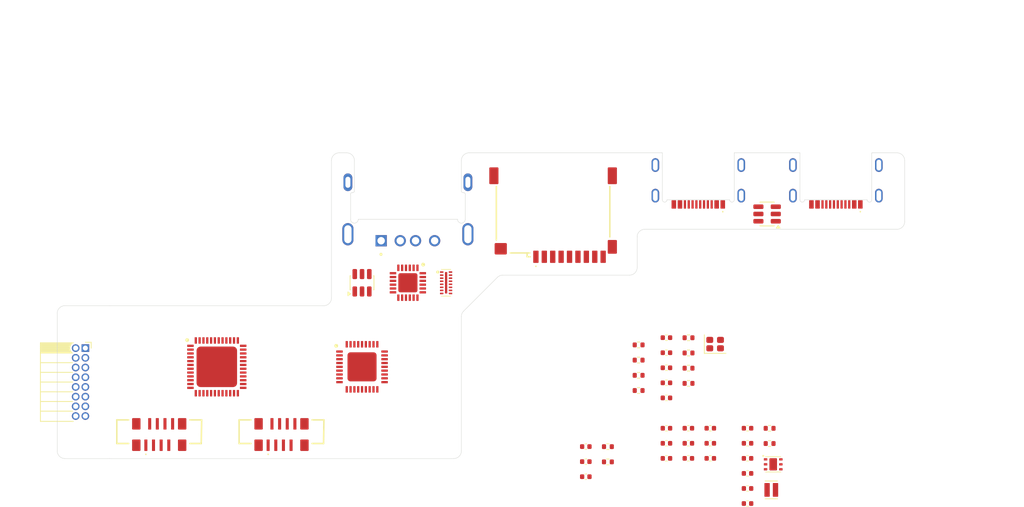
<source format=kicad_pcb>
(kicad_pcb (version 20241229) (generator "pcbnew") (generator_version "9.0")
  (layers (0 "F.Cu" signal) (2 "B.Cu" signal) (13 "F.Paste" user) (15 "B.Paste" user) (5 "F.SilkS" user "F.Silkscreen") (7 "B.SilkS" user "B.Silkscreen") (1 "F.Mask" user) (3 "B.Mask" user) (25 "Edge.Cuts" user))
  (net 0 "")
  (net 57 "GND")
  (net 61 "/SD Card/CD")
  (net 62 "+1V2")
  (net 65 "/USB Hub/XTAL2")
  (net 66 "/USB Hub/XTAL1")
  (net 67 "+3V3")
  (net 68 "/MCU/VREF+")
  (net 69 "VBUS")
  (net 70 "/Power/FB_1V8")
  (net 71 "/SD Card/SDREG")
  (net 72 "/SD Card/VDD")
  (net 73 "/SD Card/SD_VCC")
  (net 74 "/SD Card/SD_CLK_EX")
  (net 75 "/SD Card/SD_D1")
  (net 76 "/SD Card/SD_D3_EX")
  (net 77 "/SD Card/SD_D0")
  (net 78 "/SD Card/SD_CMD")
  (net 80 "/SD Card/SD_D1_EX")
  (net 81 "/SD Card/SD_D2_EX")
  (net 83 "/SD Card/SD_D3")
  (net 84 "/SD Card/SD_CMD_EX")
  (net 86 "/SD Card/SD_CLK")
  (net 87 "/SD Card/SD_D2")
  (net 88 "/SD Card/SD_D0_EX")
  (net 89 "/USB Connectors/USB0_CC2")
  (net 90 "/USB Connectors/USB0.DP")
  (net 91 "/USB Connectors/USB0_CC1")
  (net 92 "/USB Connectors/USB0.DN")
  (net 93 "/USB Connectors/USB1_CC1")
  (net 94 "/USB Connectors/USB1.DN")
  (net 95 "/USB Connectors/USB1.DP")
  (net 96 "/USB Connectors/USB1_CC2")
  (net 97 "/USB Connectors/USB2.DN")
  (net 98 "/USB Connectors/USB2.DP")
  (net 115 "/Power/SW_1V8")
  (net 116 "/MCU/SCL")
  (net 117 "/MCU/SDA")
  (net 118 "/USB Hub/RBIAS")
  (net 119 "/USB Hub/VBUS_DET")
  (net 120 "/USB Hub/CFG_SEL1")
  (net 121 "/MCU/DN")
  (net 122 "/SD Card/DP")
  (net 123 "/Daughter Board Connectors/~{KEYS_RST}")
  (net 124 "/MCU/DP")
  (net 125 "/SD Card/DN")
  (net 126 "/Debug Connector/CTRL.SWDIO")
  (net 127 "/Debug Connector/CTRL.SWCLK")
  (footprint "Connector_PinSocket_1.27mm:PinSocket_2x08_P1.27mm_Horizontal" (layer "F.Cu") (at 97.8 103.55)
    (property "Reference" "J501" (hide yes))
    (property "Value" "Conn_02x08_Odd_Even")
    (pad "1" thru_hole rect (at 0 0) (size 1 1) (drill 0.65) (layers "*.Cu" "*.Mask"))
    (pad "2" thru_hole circle (at -1.27 0) (size 1 1) (drill 0.65) (layers "*.Cu" "*.Mask"))
    (pad "3" thru_hole circle (at 0 1.27) (size 1 1) (drill 0.65) (layers "*.Cu" "*.Mask"))
    (pad "4" thru_hole circle (at -1.27 1.27) (size 1 1) (drill 0.65) (layers "*.Cu" "*.Mask"))
    (pad "5" thru_hole circle (at 0 2.54) (size 1 1) (drill 0.65) (layers "*.Cu" "*.Mask"))
    (pad "6" thru_hole circle (at -1.27 2.54) (size 1 1) (drill 0.65) (layers "*.Cu" "*.Mask"))
    (pad "7" thru_hole circle (at 0 3.81) (size 1 1) (drill 0.65) (layers "*.Cu" "*.Mask"))
    (pad "8" thru_hole circle (at -1.27 3.81) (size 1 1) (drill 0.65) (layers "*.Cu" "*.Mask"))
    (pad "9" thru_hole circle (at 0 5.08) (size 1 1) (drill 0.65) (layers "*.Cu" "*.Mask"))
    (pad "10" thru_hole circle (at -1.27 5.08) (size 1 1) (drill 0.65) (layers "*.Cu" "*.Mask"))
    (pad "11" thru_hole circle (at 0 6.35) (size 1 1) (drill 0.65) (layers "*.Cu" "*.Mask"))
    (pad "12" thru_hole circle (at -1.27 6.35) (size 1 1) (drill 0.65) (layers "*.Cu" "*.Mask"))
    (pad "13" thru_hole circle (at 0 7.62) (size 1 1) (drill 0.65) (layers "*.Cu" "*.Mask"))
    (pad "14" thru_hole circle (at -1.27 7.62) (size 1 1) (drill 0.65) (layers "*.Cu" "*.Mask"))
    (pad "15" thru_hole circle (at 0 8.89) (size 1 1) (drill 0.65) (layers "*.Cu" "*.Mask"))
    (pad "16" thru_hole circle (at -1.27 8.89) (size 1 1) (drill 0.65) (layers "*.Cu" "*.Mask"))
  )
  (footprint "project_footprints:R_0402" (layer "F.Cu") (at 176.72 108.165)
    (property "Reference" "R108" (hide yes))
    (property "Value" "10k" (hide yes))
    (pad "1" smd roundrect (at -0.51 0) (size 0.54 0.64) (layers "F.Cu" "F.Mask" "F.Paste") (net 120 "/USB Hub/CFG_SEL1"))
    (pad "2" smd roundrect (at 0.51 0) (size 0.54 0.64) (layers "F.Cu" "F.Mask" "F.Paste") (net 57 "GND"))
  )
  (footprint "project_footprints:C_0402" (layer "F.Cu") (at 179.57 117.975)
    (property "Reference" "C309" (hide yes))
    (property "Value" "4u7" (hide yes))
    (pad "1" smd roundrect (at -0.48 0) (size 0.56 0.62) (layers "F.Cu" "F.Mask" "F.Paste") (net 73 "/SD Card/SD_VCC"))
    (pad "2" smd roundrect (at 0.48 0) (size 0.56 0.62) (layers "F.Cu" "F.Mask" "F.Paste") (net 57 "GND"))
  )
  (footprint "project_footprints:R_0402" (layer "F.Cu") (at 187.33 114.045)
    (property "Reference" "R701" (hide yes))
    (property "Value" "820k" (hide yes))
    (pad "1" smd roundrect (at -0.51 0) (size 0.54 0.64) (layers "F.Cu" "F.Mask" "F.Paste") (net 67 "+3V3"))
    (pad "2" smd roundrect (at 0.51 0) (size 0.54 0.64) (layers "F.Cu" "F.Mask" "F.Paste") (net 70 "/Power/FB_1V8"))
  )
  (footprint "project_footprints:C_0402" (layer "F.Cu") (at 173.83 116.005)
    (property "Reference" "C302" (hide yes))
    (property "Value" "4u7" (hide yes))
    (pad "1" smd roundrect (at -0.48 0) (size 0.56 0.62) (layers "F.Cu" "F.Mask" "F.Paste") (net 71 "/SD Card/SDREG"))
    (pad "2" smd roundrect (at 0.48 0) (size 0.56 0.62) (layers "F.Cu" "F.Mask" "F.Paste") (net 57 "GND"))
  )
  (footprint "project_footprints:C_0402" (layer "F.Cu") (at 179.57 114.035)
    (property "Reference" "C307" (hide yes))
    (property "Value" "100n" (hide yes))
    (pad "1" smd roundrect (at -0.48 0) (size 0.56 0.62) (layers "F.Cu" "F.Mask" "F.Paste") (net 67 "+3V3"))
    (pad "2" smd roundrect (at 0.48 0) (size 0.56 0.62) (layers "F.Cu" "F.Mask" "F.Paste") (net 57 "GND"))
  )
  (footprint "project_footprints:R_0402" (layer "F.Cu") (at 187.33 116.035)
    (property "Reference" "R702" (hide yes))
    (property "Value" "182k" (hide yes))
    (pad "1" smd roundrect (at -0.51 0) (size 0.54 0.64) (layers "F.Cu" "F.Mask" "F.Paste") (net 70 "/Power/FB_1V8"))
    (pad "2" smd roundrect (at 0.51 0) (size 0.54 0.64) (layers "F.Cu" "F.Mask" "F.Paste") (net 57 "GND"))
  )
  (footprint "project_footprints:R_0402" (layer "F.Cu") (at 170.19 107.11)
    (property "Reference" "R203" (hide yes))
    (property "Value" "5k1" (hide yes))
    (pad "1" smd roundrect (at -0.51 0) (size 0.54 0.64) (layers "F.Cu" "F.Mask" "F.Paste") (net 89 "/USB Connectors/USB0_CC2"))
    (pad "2" smd roundrect (at 0.51 0) (size 0.54 0.64) (layers "F.Cu" "F.Mask" "F.Paste") (net 57 "GND"))
  )
  (footprint "project_footprints:C_0402" (layer "F.Cu") (at 184.44 117.975)
    (property "Reference" "C203" (hide yes))
    (property "Value" "22p" (hide yes))
    (pad "1" smd roundrect (at -0.48 0) (size 0.56 0.62) (layers "F.Cu" "F.Mask" "F.Paste") (net 67 "+3V3"))
    (pad "2" smd roundrect (at 0.48 0) (size 0.56 0.62) (layers "F.Cu" "F.Mask" "F.Paste") (net 70 "/Power/FB_1V8"))
  )
  (footprint "project_footprints:EMIF06MSD02N16" (layer "F.Cu") (at 145 95 -90)
    (property "Reference" "FL301" (hide yes))
    (property "Value" "EMIF06-MSD02N16" (hide yes))
    (pad "1" smd roundrect (at -1.4 0.575 270) (size 0.2 0.45) (layers "F.Cu" "F.Mask" "F.Paste") (roundrect_rratio 0.1) (net 61 "/SD Card/CD"))
    (pad "2" smd roundrect (at -1 0.575 270) (size 0.2 0.45) (layers "F.Cu" "F.Mask" "F.Paste") (roundrect_rratio 0.1))
    (pad "3" smd roundrect (at -0.6 0.575 270) (size 0.2 0.45) (layers "F.Cu" "F.Mask" "F.Paste") (roundrect_rratio 0.1) (net 87 "/SD Card/SD_D2"))
    (pad "4" smd roundrect (at -0.2 0.575 270) (size 0.2 0.45) (layers "F.Cu" "F.Mask" "F.Paste") (roundrect_rratio 0.1) (net 83 "/SD Card/SD_D3"))
    (pad "5" smd roundrect (at 0.2 0.575 270) (size 0.2 0.45) (layers "F.Cu" "F.Mask" "F.Paste") (roundrect_rratio 0.1) (net 78 "/SD Card/SD_CMD"))
    (pad "6" smd roundrect (at 0.6 0.575 270) (size 0.2 0.45) (layers "F.Cu" "F.Mask" "F.Paste") (roundrect_rratio 0.1) (net 86 "/SD Card/SD_CLK"))
    (pad "7" smd roundrect (at 1 0.575 270) (size 0.2 0.45) (layers "F.Cu" "F.Mask" "F.Paste") (roundrect_rratio 0.1) (net 77 "/SD Card/SD_D0"))
    (pad "8" smd roundrect (at 1.4 0.575 270) (size 0.2 0.45) (layers "F.Cu" "F.Mask" "F.Paste") (roundrect_rratio 0.1) (net 75 "/SD Card/SD_D1"))
    (pad "9" smd roundrect (at 1.4 -0.575 270) (size 0.2 0.45) (layers "F.Cu" "F.Mask" "F.Paste") (roundrect_rratio 0.1) (net 80 "/SD Card/SD_D1_EX"))
    (pad "10" smd roundrect (at 1 -0.575 270) (size 0.2 0.45) (layers "F.Cu" "F.Mask" "F.Paste") (roundrect_rratio 0.1) (net 88 "/SD Card/SD_D0_EX"))
    (pad "11" smd roundrect (at 0.6 -0.575 270) (size 0.2 0.45) (layers "F.Cu" "F.Mask" "F.Paste") (roundrect_rratio 0.1) (net 74 "/SD Card/SD_CLK_EX"))
    (pad "12" smd roundrect (at 0.2 -0.575 270) (size 0.2 0.45) (layers "F.Cu" "F.Mask" "F.Paste") (roundrect_rratio 0.1) (net 84 "/SD Card/SD_CMD_EX"))
    (pad "13" smd roundrect (at -0.2 -0.575 270) (size 0.2 0.45) (layers "F.Cu" "F.Mask" "F.Paste") (roundrect_rratio 0.1) (net 76 "/SD Card/SD_D3_EX"))
    (pad "14" smd roundrect (at -0.6 -0.575 270) (size 0.2 0.45) (layers "F.Cu" "F.Mask" "F.Paste") (roundrect_rratio 0.1) (net 81 "/SD Card/SD_D2_EX"))
    (pad "15" smd roundrect (at -1 -0.575 270) (size 0.2 0.45) (layers "F.Cu" "F.Mask" "F.Paste") (roundrect_rratio 0.1))
    (pad "16" smd roundrect (at -1.4 -0.575 270) (size 0.2 0.45) (layers "F.Cu" "F.Mask" "F.Paste") (roundrect_rratio 0.1))
    (pad "17" smd roundrect (at 0 0) (size 0.3 2.8) (layers "F.Cu" "F.Mask" "F.Paste") (roundrect_rratio 0.1) (net 57 "GND"))
  )
  (footprint "project_footprints:C_0402" (layer "F.Cu") (at 173.83 104.155)
    (property "Reference" "C102" (hide yes))
    (property "Value" "10p" (hide yes))
    (pad "1" smd roundrect (at -0.48 0) (size 0.56 0.62) (layers "F.Cu" "F.Mask" "F.Paste") (net 65 "/USB Hub/XTAL2"))
    (pad "2" smd roundrect (at 0.48 0) (size 0.56 0.62) (layers "F.Cu" "F.Mask" "F.Paste") (net 57 "GND"))
  )
  (footprint "project_footprints:C_0402" (layer "F.Cu") (at 184.44 121.915)
    (property "Reference" "C205" (hide yes))
    (property "Value" "4u7" (hide yes))
    (pad "1" smd roundrect (at -0.48 0) (size 0.56 0.62) (layers "F.Cu" "F.Mask" "F.Paste") (net 67 "+3V3"))
    (pad "2" smd roundrect (at 0.48 0) (size 0.56 0.62) (layers "F.Cu" "F.Mask" "F.Paste") (net 57 "GND"))
  )
  (footprint "project_footprints:R_0402" (layer "F.Cu") (at 170.19 105.12)
    (property "Reference" "R202" (hide yes))
    (property "Value" "5k1" (hide yes))
    (pad "1" smd roundrect (at -0.51 0) (size 0.54 0.64) (layers "F.Cu" "F.Mask" "F.Paste") (net 93 "/USB Connectors/USB1_CC1"))
    (pad "2" smd roundrect (at 0.51 0) (size 0.54 0.64) (layers "F.Cu" "F.Mask" "F.Paste") (net 57 "GND"))
  )
  (footprint "project_footprints:QFN50P600X600X100-37N-D" (layer "F.Cu") (at 134 106)
    (property "Reference" "U101" (hide yes))
    (property "Value" "USB2534-1080AEN" (hide yes))
    (pad "1" smd roundrect (at -2.95 -2 90) (size 0.3 0.85) (layers "F.Cu" "F.Mask" "F.Paste") (roundrect_rratio 0.1) (net 94 "/USB Connectors/USB1.DN"))
    (pad "2" smd roundrect (at -2.95 -1.5 90) (size 0.3 0.85) (layers "F.Cu" "F.Mask" "F.Paste") (roundrect_rratio 0.1) (net 95 "/USB Connectors/USB1.DP"))
    (pad "3" smd roundrect (at -2.95 -1 90) (size 0.3 0.85) (layers "F.Cu" "F.Mask" "F.Paste") (roundrect_rratio 0.1) (net 97 "/USB Connectors/USB2.DN"))
    (pad "4" smd roundrect (at -2.95 -0.5 90) (size 0.3 0.85) (layers "F.Cu" "F.Mask" "F.Paste") (roundrect_rratio 0.1) (net 98 "/USB Connectors/USB2.DP"))
    (pad "5" smd roundrect (at -2.95 0 90) (size 0.3 0.85) (layers "F.Cu" "F.Mask" "F.Paste") (roundrect_rratio 0.1))
    (pad "6" smd roundrect (at -2.95 0.5 90) (size 0.3 0.85) (layers "F.Cu" "F.Mask" "F.Paste") (roundrect_rratio 0.1) (net 125 "/SD Card/DN"))
    (pad "7" smd roundrect (at -2.95 1 90) (size 0.3 0.85) (layers "F.Cu" "F.Mask" "F.Paste") (roundrect_rratio 0.1) (net 122 "/SD Card/DP"))
    (pad "8" smd roundrect (at -2.95 1.5 90) (size 0.3 0.85) (layers "F.Cu" "F.Mask" "F.Paste") (roundrect_rratio 0.1) (net 121 "/MCU/DN"))
    (pad "9" smd roundrect (at -2.95 2 90) (size 0.3 0.85) (layers "F.Cu" "F.Mask" "F.Paste") (roundrect_rratio 0.1) (net 124 "/MCU/DP"))
    (pad "10" smd roundrect (at -2 2.95) (size 0.3 0.85) (layers "F.Cu" "F.Mask" "F.Paste") (roundrect_rratio 0.1) (net 67 "+3V3"))
    (pad "11" smd roundrect (at -1.5 2.95) (size 0.3 0.85) (layers "F.Cu" "F.Mask" "F.Paste") (roundrect_rratio 0.1))
    (pad "12" smd roundrect (at -1 2.95) (size 0.3 0.85) (layers "F.Cu" "F.Mask" "F.Paste") (roundrect_rratio 0.1))
    (pad "13" smd roundrect (at -0.5 2.95) (size 0.3 0.85) (layers "F.Cu" "F.Mask" "F.Paste") (roundrect_rratio 0.1))
    (pad "14" smd roundrect (at 0 2.95) (size 0.3 0.85) (layers "F.Cu" "F.Mask" "F.Paste") (roundrect_rratio 0.1) (net 62 "+1V2"))
    (pad "15" smd roundrect (at 0.5 2.95) (size 0.3 0.85) (layers "F.Cu" "F.Mask" "F.Paste") (roundrect_rratio 0.1) (net 67 "+3V3"))
    (pad "16" smd roundrect (at 1 2.95) (size 0.3 0.85) (layers "F.Cu" "F.Mask" "F.Paste") (roundrect_rratio 0.1))
    (pad "17" smd roundrect (at 1.5 2.95) (size 0.3 0.85) (layers "F.Cu" "F.Mask" "F.Paste") (roundrect_rratio 0.1))
    (pad "18" smd roundrect (at 2 2.95) (size 0.3 0.85) (layers "F.Cu" "F.Mask" "F.Paste") (roundrect_rratio 0.1))
    (pad "19" smd roundrect (at 2.95 2 90) (size 0.3 0.85) (layers "F.Cu" "F.Mask" "F.Paste") (roundrect_rratio 0.1))
    (pad "20" smd roundrect (at 2.95 1.5 90) (size 0.3 0.85) (layers "F.Cu" "F.Mask" "F.Paste") (roundrect_rratio 0.1))
    (pad "21" smd roundrect (at 2.95 1 90) (size 0.3 0.85) (layers "F.Cu" "F.Mask" "F.Paste") (roundrect_rratio 0.1))
    (pad "22" smd roundrect (at 2.95 0.5 90) (size 0.3 0.85) (layers "F.Cu" "F.Mask" "F.Paste") (roundrect_rratio 0.1) (net 117 "/MCU/SDA"))
    (pad "23" smd roundrect (at 2.95 0 90) (size 0.3 0.85) (layers "F.Cu" "F.Mask" "F.Paste") (roundrect_rratio 0.1) (net 67 "+3V3"))
    (pad "24" smd roundrect (at 2.95 -0.5 90) (size 0.3 0.85) (layers "F.Cu" "F.Mask" "F.Paste") (roundrect_rratio 0.1) (net 116 "/MCU/SCL"))
    (pad "25" smd roundrect (at 2.95 -1 90) (size 0.3 0.85) (layers "F.Cu" "F.Mask" "F.Paste") (roundrect_rratio 0.1) (net 120 "/USB Hub/CFG_SEL1"))
    (pad "26" smd roundrect (at 2.95 -1.5 90) (size 0.3 0.85) (layers "F.Cu" "F.Mask" "F.Paste") (roundrect_rratio 0.1) (net 123 "/Daughter Board Connectors/~{KEYS_RST}"))
    (pad "27" smd roundrect (at 2.95 -2 90) (size 0.3 0.85) (layers "F.Cu" "F.Mask" "F.Paste") (roundrect_rratio 0.1) (net 119 "/USB Hub/VBUS_DET"))
    (pad "28" smd roundrect (at 2 -2.95) (size 0.3 0.85) (layers "F.Cu" "F.Mask" "F.Paste") (roundrect_rratio 0.1))
    (pad "29" smd roundrect (at 1.5 -2.95) (size 0.3 0.85) (layers "F.Cu" "F.Mask" "F.Paste") (roundrect_rratio 0.1) (net 67 "+3V3"))
    (pad "30" smd roundrect (at 1 -2.95) (size 0.3 0.85) (layers "F.Cu" "F.Mask" "F.Paste") (roundrect_rratio 0.1) (net 92 "/USB Connectors/USB0.DN"))
    (pad "31" smd roundrect (at 0.5 -2.95) (size 0.3 0.85) (layers "F.Cu" "F.Mask" "F.Paste") (roundrect_rratio 0.1) (net 90 "/USB Connectors/USB0.DP"))
    (pad "32" smd roundrect (at 0 -2.95) (size 0.3 0.85) (layers "F.Cu" "F.Mask" "F.Paste") (roundrect_rratio 0.1) (net 65 "/USB Hub/XTAL2"))
    (pad "33" smd roundrect (at -0.5 -2.95) (size 0.3 0.85) (layers "F.Cu" "F.Mask" "F.Paste") (roundrect_rratio 0.1) (net 66 "/USB Hub/XTAL1"))
    (pad "34" smd roundrect (at -1 -2.95) (size 0.3 0.85) (layers "F.Cu" "F.Mask" "F.Paste") (roundrect_rratio 0.1))
    (pad "35" smd roundrect (at -1.5 -2.95) (size 0.3 0.85) (layers "F.Cu" "F.Mask" "F.Paste") (roundrect_rratio 0.1) (net 118 "/USB Hub/RBIAS"))
    (pad "36" smd roundrect (at -2 -2.95) (size 0.3 0.85) (layers "F.Cu" "F.Mask" "F.Paste") (roundrect_rratio 0.1) (net 67 "+3V3"))
    (pad "37" smd roundrect (at 0 0) (size 3.8 3.8) (layers "F.Cu" "F.Mask" "F.Paste") (roundrect_rratio 0.1) (net 57 "GND"))
  )
  (footprint "project_footprints:C_0402" (layer "F.Cu") (at 163.28 118.405)
    (property "Reference" "C110" (hide yes))
    (property "Value" "1u" (hide yes))
    (pad "1" smd roundrect (at -0.48 0) (size 0.56 0.62) (layers "F.Cu" "F.Mask" "F.Paste") (net 68 "/MCU/VREF+"))
    (pad "2" smd roundrect (at 0.48 0) (size 0.56 0.62) (layers "F.Cu" "F.Mask" "F.Paste") (net 57 "GND"))
  )
  (footprint "project_footprints:R_0402" (layer "F.Cu") (at 176.72 104.185)
    (property "Reference" "R104" (hide yes))
    (property "Value" "100k" (hide yes))
    (pad "1" smd roundrect (at -0.51 0) (size 0.54 0.64) (layers "F.Cu" "F.Mask" "F.Paste") (net 57 "GND"))
    (pad "2" smd roundrect (at 0.51 0) (size 0.54 0.64) (layers "F.Cu" "F.Mask" "F.Paste") (net 119 "/USB Hub/VBUS_DET"))
  )
  (footprint "project_footprints:C_0402" (layer "F.Cu") (at 173.83 106.125)
    (property "Reference" "C103" (hide yes))
    (property "Value" "10p" (hide yes))
    (pad "1" smd roundrect (at -0.48 0) (size 0.56 0.62) (layers "F.Cu" "F.Mask" "F.Paste") (net 66 "/USB Hub/XTAL1"))
    (pad "2" smd roundrect (at 0.48 0) (size 0.56 0.62) (layers "F.Cu" "F.Mask" "F.Paste") (net 57 "GND"))
  )
  (footprint "project_footprints:C_0402" (layer "F.Cu") (at 163.28 120.375)
    (property "Reference" "C111" (hide yes))
    (property "Value" "4u7" (hide yes))
    (pad "1" smd roundrect (at -0.48 0) (size 0.56 0.62) (layers "F.Cu" "F.Mask" "F.Paste") (net 67 "+3V3"))
    (pad "2" smd roundrect (at 0.48 0) (size 0.56 0.62) (layers "F.Cu" "F.Mask" "F.Paste") (net 57 "GND"))
  )
  (footprint "Crystal:Crystal_SMD_2016-4Pin_2.0x1.6mm" (layer "F.Cu") (at 180.2 103.025)
    (property "Reference" "Y101" (hide yes))
    (property "Value" "CX2016SA24000D0HLLG3")
    (pad "1" smd roundrect (at -0.7 0.55) (size 0.9 0.8) (layers "F.Cu" "F.Mask" "F.Paste") (net 65 "/USB Hub/XTAL2"))
    (pad "2" smd roundrect (at 0.7 0.55) (size 0.9 0.8) (layers "F.Cu" "F.Mask" "F.Paste") (net 57 "GND"))
    (pad "3" smd roundrect (at 0.7 -0.55) (size 0.9 0.8) (layers "F.Cu" "F.Mask" "F.Paste") (net 66 "/USB Hub/XTAL1"))
    (pad "4" smd roundrect (at -0.7 -0.55) (size 0.9 0.8) (layers "F.Cu" "F.Mask" "F.Paste") (net 57 "GND"))
  )
  (footprint "project_footprints:F31Z1A7H111008" (layer "F.Cu") (at 107.4647 114.6 180)
    (property "Reference" "J602" (hide yes))
    (property "Value" "F31Z1A7H111008" (hide yes))
    (pad "1" smd roundrect (at 1.75 -1.657 180) (size 0.4 1.5) (layers "F.Cu" "F.Mask" "F.Paste") (roundrect_rratio 0.1))
    (pad "2" smd roundrect (at 1.25 1.143 180) (size 0.4 1.5) (layers "F.Cu" "F.Mask" "F.Paste") (roundrect_rratio 0.1))
    (pad "3" smd roundrect (at 0.75 -1.657 180) (size 0.4 1.5) (layers "F.Cu" "F.Mask" "F.Paste") (roundrect_rratio 0.1))
    (pad "4" smd roundrect (at 0.25 1.143 180) (size 0.4 1.5) (layers "F.Cu" "F.Mask" "F.Paste") (roundrect_rratio 0.1))
    (pad "5" smd roundrect (at -0.25 -1.657 180) (size 0.4 1.5) (layers "F.Cu" "F.Mask" "F.Paste") (roundrect_rratio 0.1))
    (pad "6" smd roundrect (at -0.75 1.143 180) (size 0.4 1.5) (layers "F.Cu" "F.Mask" "F.Paste") (roundrect_rratio 0.1))
    (pad "7" smd roundrect (at -1.25 -1.657 180) (size 0.4 1.5) (layers "F.Cu" "F.Mask" "F.Paste") (roundrect_rratio 0.1))
    (pad "8" smd roundrect (at -1.75 1.143 180) (size 0.4 1.5) (layers "F.Cu" "F.Mask" "F.Paste") (roundrect_rratio 0.1))
    (pad "9" smd roundrect (at 3 -1.657 180) (size 1.1 1.5) (layers "F.Cu" "F.Mask" "F.Paste") (roundrect_rratio 0.1) (net 57 "GND"))
    (pad "10" smd roundrect (at 3 1.143 180) (size 1.1 1.5) (layers "F.Cu" "F.Mask" "F.Paste") (roundrect_rratio 0.1) (net 57 "GND"))
    (pad "11" smd roundrect (at -3 -1.657 180) (size 1.1 1.5) (layers "F.Cu" "F.Mask" "F.Paste") (roundrect_rratio 0.1) (net 57 "GND"))
    (pad "12" smd roundrect (at -3 1.143 180) (size 1.1 1.5) (layers "F.Cu" "F.Mask" "F.Paste") (roundrect_rratio 0.1) (net 57 "GND"))
  )
  (footprint "project_footprints:R_0402" (layer "F.Cu") (at 170.19 109.1)
    (property "Reference" "R204" (hide yes))
    (property "Value" "5k1" (hide yes))
    (pad "1" smd roundrect (at -0.51 0) (size 0.54 0.64) (layers "F.Cu" "F.Mask" "F.Paste") (net 91 "/USB Connectors/USB0_CC1"))
    (pad "2" smd roundrect (at 0.51 0) (size 0.54 0.64) (layers "F.Cu" "F.Mask" "F.Paste") (net 57 "GND"))
  )
  (footprint "project_footprints:USB4510031A" (layer "F.Cu") (at 178 78 180)
    (property "Reference" "J102" (hide yes))
    (property "Value" "USB4510-03-1-A" (hide yes))
    (fp_line (start 4.7 0) (end 4.7 -6.15) (stroke (width 0.05)) (layer "Edge.Cuts"))
    (fp_line (start -4.1 -6.15) (end 4.1 -6.15) (stroke (width 0.05)) (layer "Edge.Cuts"))
    (fp_line (start -4.7 0) (end -4.7 -6.15) (stroke (width 0.05)) (layer "Edge.Cuts"))
    (fp_arc (start 4.1 -6.15) (mid 4.4 -6.45) (end 4.7 -6.15) (stroke (width 0.05)) (layer "Edge.Cuts"))
    (fp_arc (start -4.7 -6.15) (mid -4.4 -6.45) (end -4.1 -6.15) (stroke (width 0.05)) (layer "Edge.Cuts"))
    (pad "A1" smd roundrect (at -3.2 -6.75 180) (size 0.6 1.1) (layers "F.Cu" "F.Mask" "F.Paste") (roundrect_rratio 0.1) (net 57 "GND"))
    (pad "A4" smd roundrect (at -2.4 -6.75 180) (size 0.6 1.1) (layers "F.Cu" "F.Mask" "F.Paste") (roundrect_rratio 0.1) (net 69 "VBUS"))
    (pad "A5" smd roundrect (at -1.25 -6.75 180) (size 0.3 1.1) (layers "F.Cu" "F.Mask" "F.Paste") (roundrect_rratio 0.1) (net 93 "/USB Connectors/USB1_CC1"))
    (pad "A6" smd roundrect (at -0.25 -6.75 180) (size 0.3 1.1) (layers "F.Cu" "F.Mask" "F.Paste") (roundrect_rratio 0.1) (net 95 "/USB Connectors/USB1.DP"))
    (pad "A7" smd roundrect (at 0.25 -6.75 180) (size 0.3 1.1) (layers "F.Cu" "F.Mask" "F.Paste") (roundrect_rratio 0.1) (net 94 "/USB Connectors/USB1.DN"))
    (pad "A8" smd roundrect (at 1.25 -6.75 180) (size 0.3 1.1) (layers "F.Cu" "F.Mask" "F.Paste") (roundrect_rratio 0.1))
    (pad "A9" smd roundrect (at 2.4 -6.75 180) (size 0.6 1.1) (layers "F.Cu" "F.Mask" "F.Paste") (roundrect_rratio 0.1) (net 69 "VBUS"))
    (pad "A12" smd roundrect (at 3.2 -6.75 180) (size 0.6 1.1) (layers "F.Cu" "F.Mask" "F.Paste") (roundrect_rratio 0.1) (net 57 "GND"))
    (pad "B5" smd roundrect (at 1.75 -6.75 180) (size 0.3 1.1) (layers "F.Cu" "F.Mask" "F.Paste") (roundrect_rratio 0.1) (net 96 "/USB Connectors/USB1_CC2"))
    (pad "B6" smd roundrect (at 0.75 -6.75 180) (size 0.3 1.1) (layers "F.Cu" "F.Mask" "F.Paste") (roundrect_rratio 0.1) (net 95 "/USB Connectors/USB1.DP"))
    (pad "B7" smd roundrect (at -0.75 -6.75 180) (size 0.3 1.1) (layers "F.Cu" "F.Mask" "F.Paste") (roundrect_rratio 0.1) (net 94 "/USB Connectors/USB1.DN"))
    (pad "B8" smd roundrect (at -1.75 -6.75 180) (size 0.3 1.1) (layers "F.Cu" "F.Mask" "F.Paste") (roundrect_rratio 0.1))
    (pad "MH1" thru_hole oval (at -5.62 -5.6 180) (size 1 1.8) (drill oval 0.6 1.4) (layers "*.Cu" "*.Mask") (net 57 "GND"))
    (pad "MH2" thru_hole oval (at -5.62 -1.6 180) (size 1 1.8) (drill oval 0.6 1.4) (layers "*.Cu" "*.Mask") (net 57 "GND"))
    (pad "MH3" thru_hole oval (at 5.62 -1.6 180) (size 1 1.8) (drill oval 0.6 1.4) (layers "*.Cu" "*.Mask") (net 57 "GND"))
    (pad "MH4" thru_hole oval (at 5.62 -5.6 180) (size 1 1.8) (drill oval 0.6 1.4) (layers "*.Cu" "*.Mask") (net 57 "GND"))
  )
  (footprint "project_footprints:R_0402" (layer "F.Cu") (at 176.72 102.195)
    (property "Reference" "R103" (hide yes))
    (property "Value" "12k" (hide yes))
    (pad "1" smd roundrect (at -0.51 0) (size 0.54 0.64) (layers "F.Cu" "F.Mask" "F.Paste") (net 118 "/USB Hub/RBIAS"))
    (pad "2" smd roundrect (at 0.51 0) (size 0.54 0.64) (layers "F.Cu" "F.Mask" "F.Paste") (net 57 "GND"))
  )
  (footprint "project_footprints:R_0402" (layer "F.Cu") (at 170.19 103.13)
    (property "Reference" "R201" (hide yes))
    (property "Value" "5k1" (hide yes))
    (pad "1" smd roundrect (at -0.51 0) (size 0.54 0.64) (layers "F.Cu" "F.Mask" "F.Paste") (net 96 "/USB Connectors/USB1_CC2"))
    (pad "2" smd roundrect (at 0.51 0) (size 0.54 0.64) (layers "F.Cu" "F.Mask" "F.Paste") (net 57 "GND"))
  )
  (footprint "project_footprints:C_0402" (layer "F.Cu") (at 184.44 119.945)
    (property "Reference" "C204" (hide yes))
    (property "Value" "4u7" (hide yes))
    (pad "1" smd roundrect (at -0.48 0) (size 0.56 0.62) (layers "F.Cu" "F.Mask" "F.Paste") (net 67 "+3V3"))
    (pad "2" smd roundrect (at 0.48 0) (size 0.56 0.62) (layers "F.Cu" "F.Mask" "F.Paste") (net 57 "GND"))
  )
  (footprint "project_footprints:C_0402" (layer "F.Cu") (at 179.57 116.005)
    (property "Reference" "C308" (hide yes))
    (property "Value" "4u7" (hide yes))
    (pad "1" smd roundrect (at -0.48 0) (size 0.56 0.62) (layers "F.Cu" "F.Mask" "F.Paste") (net 73 "/SD Card/SD_VCC"))
    (pad "2" smd roundrect (at 0.48 0) (size 0.56 0.62) (layers "F.Cu" "F.Mask" "F.Paste") (net 57 "GND"))
  )
  (footprint "project_footprints:F31Z1A7H111008" (layer "F.Cu") (at 123.4647 114.6 180)
    (property "Reference" "J601" (hide yes))
    (property "Value" "F31Z1A7H111008" (hide yes))
    (pad "1" smd roundrect (at 1.75 -1.657 180) (size 0.4 1.5) (layers "F.Cu" "F.Mask" "F.Paste") (roundrect_rratio 0.1))
    (pad "2" smd roundrect (at 1.25 1.143 180) (size 0.4 1.5) (layers "F.Cu" "F.Mask" "F.Paste") (roundrect_rratio 0.1))
    (pad "3" smd roundrect (at 0.75 -1.657 180) (size 0.4 1.5) (layers "F.Cu" "F.Mask" "F.Paste") (roundrect_rratio 0.1))
    (pad "4" smd roundrect (at 0.25 1.143 180) (size 0.4 1.5) (layers "F.Cu" "F.Mask" "F.Paste") (roundrect_rratio 0.1))
    (pad "5" smd roundrect (at -0.25 -1.657 180) (size 0.4 1.5) (layers "F.Cu" "F.Mask" "F.Paste") (roundrect_rratio 0.1))
    (pad "6" smd roundrect (at -0.75 1.143 180) (size 0.4 1.5) (layers "F.Cu" "F.Mask" "F.Paste") (roundrect_rratio 0.1))
    (pad "7" smd roundrect (at -1.25 -1.657 180) (size 0.4 1.5) (layers "F.Cu" "F.Mask" "F.Paste") (roundrect_rratio 0.1))
    (pad "8" smd roundrect (at -1.75 1.143 180) (size 0.4 1.5) (layers "F.Cu" "F.Mask" "F.Paste") (roundrect_rratio 0.1))
    (pad "9" smd roundrect (at 3 -1.657 180) (size 1.1 1.5) (layers "F.Cu" "F.Mask" "F.Paste") (roundrect_rratio 0.1) (net 57 "GND"))
    (pad "10" smd roundrect (at 3 1.143 180) (size 1.1 1.5) (layers "F.Cu" "F.Mask" "F.Paste") (roundrect_rratio 0.1) (net 57 "GND"))
    (pad "11" smd roundrect (at -3 -1.657 180) (size 1.1 1.5) (layers "F.Cu" "F.Mask" "F.Paste") (roundrect_rratio 0.1) (net 57 "GND"))
    (pad "12" smd roundrect (at -3 1.143 180) (size 1.1 1.5) (layers "F.Cu" "F.Mask" "F.Paste") (roundrect_rratio 0.1) (net 57 "GND"))
  )
  (footprint "project_footprints:MSD1A" (layer "F.Cu") (at 159 84.5 180)
    (property "Reference" "J105" (hide yes))
    (property "Value" "MSD-1-A" (hide yes))
    (pad "" np_thru_hole circle (at -4.95 3.9 180) (size 1 1) (drill 1) (layers "*.Cu" "*.Mask"))
    (pad "" np_thru_hole circle (at 3.05 3.9 180) (size 1 1) (drill 1) (layers "*.Cu" "*.Mask"))
    (pad "1" smd roundrect (at 2.25 -7.1 180) (size 0.7 1.6) (layers "F.Cu" "F.Mask" "F.Paste") (roundrect_rratio 0.1) (net 81 "/SD Card/SD_D2_EX"))
    (pad "2" smd roundrect (at 1.15 -7.1 180) (size 0.7 1.6) (layers "F.Cu" "F.Mask" "F.Paste") (roundrect_rratio 0.1) (net 76 "/SD Card/SD_D3_EX"))
    (pad "3" smd roundrect (at 0.05 -7.1 180) (size 0.7 1.6) (layers "F.Cu" "F.Mask" "F.Paste") (roundrect_rratio 0.1) (net 84 "/SD Card/SD_CMD_EX"))
    (pad "4" smd roundrect (at -1.05 -7.1 180) (size 0.7 1.6) (layers "F.Cu" "F.Mask" "F.Paste") (roundrect_rratio 0.1) (net 73 "/SD Card/SD_VCC"))
    (pad "5" smd roundrect (at -2.15 -7.1 180) (size 0.7 1.6) (layers "F.Cu" "F.Mask" "F.Paste") (roundrect_rratio 0.1) (net 74 "/SD Card/SD_CLK_EX"))
    (pad "6" smd roundrect (at -3.25 -7.1 180) (size 0.7 1.6) (layers "F.Cu" "F.Mask" "F.Paste") (roundrect_rratio 0.1) (net 57 "GND"))
    (pad "7" smd roundrect (at -4.35 -7.1 180) (size 0.7 1.6) (layers "F.Cu" "F.Mask" "F.Paste") (roundrect_rratio 0.1) (net 88 "/SD Card/SD_D0_EX"))
    (pad "8" smd roundrect (at -5.45 -7.1 180) (size 0.7 1.6) (layers "F.Cu" "F.Mask" "F.Paste") (roundrect_rratio 0.1) (net 80 "/SD Card/SD_D1_EX"))
    (pad "9" smd roundrect (at 6.85 -6.05 270) (size 1.5 1.6) (layers "F.Cu" "F.Mask" "F.Paste") (roundrect_rratio 0.1) (net 57 "GND"))
    (pad "10" smd roundrect (at -7.75 -5.8 180) (size 1.2 1.8) (layers "F.Cu" "F.Mask" "F.Paste") (roundrect_rratio 0.1) (net 57 "GND"))
    (pad "11" smd roundrect (at 7.75 3.5 180) (size 1.2 2.2) (layers "F.Cu" "F.Mask" "F.Paste") (roundrect_rratio 0.1) (net 57 "GND"))
    (pad "12" smd roundrect (at -7.75 3.5 180) (size 1.2 2.2) (layers "F.Cu" "F.Mask" "F.Paste") (roundrect_rratio 0.1) (net 57 "GND"))
    (pad "CD" smd roundrect (at -6.55 -7.1 180) (size 0.7 1.6) (layers "F.Cu" "F.Mask" "F.Paste") (roundrect_rratio 0.1) (net 61 "/SD Card/CD"))
  )
  (footprint "project_footprints:C_0402" (layer "F.Cu") (at 173.83 114.035)
    (property "Reference" "C301" (hide yes))
    (property "Value" "100n" (hide yes))
    (pad "1" smd roundrect (at -0.48 0) (size 0.56 0.62) (layers "F.Cu" "F.Mask" "F.Paste") (net 71 "/SD Card/SDREG"))
    (pad "2" smd roundrect (at 0.48 0) (size 0.56 0.62) (layers "F.Cu" "F.Mask" "F.Paste") (net 57 "GND"))
  )
  (footprint "project_footprints:R_0402" (layer "F.Cu") (at 176.72 106.175)
    (property "Reference" "R105" (hide yes))
    (property "Value" "47k" (hide yes))
    (pad "1" smd roundrect (at -0.51 0) (size 0.54 0.64) (layers "F.Cu" "F.Mask" "F.Paste") (net 119 "/USB Hub/VBUS_DET"))
    (pad "2" smd roundrect (at 0.51 0) (size 0.54 0.64) (layers "F.Cu" "F.Mask" "F.Paste") (net 69 "VBUS"))
  )
  (footprint "project_footprints:C_0402" (layer "F.Cu") (at 173.83 117.975)
    (property "Reference" "C303" (hide yes))
    (property "Value" "4u7" (hide yes))
    (pad "1" smd roundrect (at -0.48 0) (size 0.56 0.62) (layers "F.Cu" "F.Mask" "F.Paste") (net 72 "/SD Card/VDD"))
    (pad "2" smd roundrect (at 0.48 0) (size 0.56 0.62) (layers "F.Cu" "F.Mask" "F.Paste") (net 57 "GND"))
  )
  (footprint "Package_TO_SOT_SMD:SOT-23-6" (layer "F.Cu") (at 134 95 90)
    (property "Reference" "U201" (hide yes))
    (property "Value" "USBLC6-4SC6")
    (pad "1" smd roundrect (at -1.1375 -0.95 90) (size 1.325 0.6) (layers "F.Cu" "F.Mask" "F.Paste") (net 95 "/USB Connectors/USB1.DP"))
    (pad "2" smd roundrect (at -1.1375 0 90) (size 1.325 0.6) (layers "F.Cu" "F.Mask" "F.Paste") (net 57 "GND"))
    (pad "3" smd roundrect (at -1.1375 0.95 90) (size 1.325 0.6) (layers "F.Cu" "F.Mask" "F.Paste") (net 94 "/USB Connectors/USB1.DN"))
    (pad "4" smd roundrect (at 1.1375 0.95 90) (size 1.325 0.6) (layers "F.Cu" "F.Mask" "F.Paste") (net 98 "/USB Connectors/USB2.DP"))
    (pad "5" smd roundrect (at 1.1375 0 90) (size 1.325 0.6) (layers "F.Cu" "F.Mask" "F.Paste") (net 69 "VBUS"))
    (pad "6" smd roundrect (at 1.1375 -0.95 90) (size 1.325 0.6) (layers "F.Cu" "F.Mask" "F.Paste") (net 97 "/USB Connectors/USB2.DN"))
  )
  (footprint "project_footprints:GSB12J21C1EU" (layer "F.Cu") (at 140 79 180)
    (property "Reference" "J103" (hide yes))
    (property "Value" "GSB12J21C1EU")
    (fp_line (start 7.5 -7.7) (end 7.5 -4.4) (stroke (width 0.05)) (layer "Edge.Cuts"))
    (fp_line (start 7.2 -4.2) (end 7.3 -4.2) (stroke (width 0.05)) (layer "Edge.Cuts"))
    (fp_line (start 7 -4) (end 7 0) (stroke (width 0.05)) (layer "Edge.Cuts"))
    (fp_line (start -6.5 -7.7) (end 6.5 -7.7) (stroke (width 0.05)) (layer "Edge.Cuts"))
    (fp_line (start -7 0) (end -7 -4) (stroke (width 0.05)) (layer "Edge.Cuts"))
    (fp_line (start -7.3 -4.2) (end -7.2 -4.2) (stroke (width 0.05)) (layer "Edge.Cuts"))
    (fp_line (start -7.5 -4.4) (end -7.5 -7.7) (stroke (width 0.05)) (layer "Edge.Cuts"))
    (fp_arc (start 7.5 -4.4) (mid 7.441421 -4.258578) (end 7.3 -4.2) (stroke (width 0.05)) (layer "Edge.Cuts"))
    (fp_arc (start 7 -4) (mid 7.058578 -4.141421) (end 7.2 -4.2) (stroke (width 0.05)) (layer "Edge.Cuts"))
    (fp_arc (start 6.5 -7.7) (mid 7 -8.2) (end 7.5 -7.7) (stroke (width 0.05)) (layer "Edge.Cuts"))
    (fp_arc (start -7.2 -4.2) (mid -7.058579 -4.141422) (end -7 -4) (stroke (width 0.05)) (layer "Edge.Cuts"))
    (fp_arc (start -7.3 -4.2) (mid -7.441421 -4.258579) (end -7.5 -4.4) (stroke (width 0.05)) (layer "Edge.Cuts"))
    (fp_arc (start -7.5 -7.7) (mid -7 -8.2) (end -6.5 -7.7) (stroke (width 0.05)) (layer "Edge.Cuts"))
    (pad "1" thru_hole rect (at 3.5 -10.5 180) (size 1.478 1.478) (drill 0.97) (layers "*.Cu" "*.Mask") (net 69 "VBUS"))
    (pad "2" thru_hole circle (at 1 -10.5 180) (size 1.478 1.478) (drill 0.97) (layers "*.Cu" "*.Mask") (net 98 "/USB Connectors/USB2.DP"))
    (pad "3" thru_hole circle (at -1 -10.5 180) (size 1.478 1.478) (drill 0.97) (layers "*.Cu" "*.Mask") (net 97 "/USB Connectors/USB2.DN"))
    (pad "4" thru_hole circle (at -3.5 -10.5 180) (size 1.478 1.478) (drill 0.97) (layers "*.Cu" "*.Mask") (net 57 "GND"))
    (pad "SH1" thru_hole oval (at -7.85 -2.85 180) (size 1.158 2.316) (drill oval 0.65 1.45) (layers "*.Cu" "*.Mask") (net 57 "GND"))
    (pad "SH2" thru_hole oval (at 7.85 -2.85 180) (size 1.158 2.316) (drill oval 0.65 1.45) (layers "*.Cu" "*.Mask") (net 57 "GND"))
    (pad "SH3" thru_hole oval (at -7.85 -9.65 180) (size 1.458 2.916) (drill oval 0.95 2.35) (layers "*.Cu" "*.Mask") (net 57 "GND"))
    (pad "SH4" thru_hole oval (at 7.85 -9.65 180) (size 1.458 2.916) (drill oval 0.95 2.35) (layers "*.Cu" "*.Mask") (net 57 "GND"))
  )
  (footprint "project_footprints:C_0402" (layer "F.Cu") (at 184.44 123.885)
    (property "Reference" "C206" (hide yes))
    (property "Value" "4u7" (hide yes))
    (pad "1" smd roundrect (at -0.48 0) (size 0.56 0.62) (layers "F.Cu" "F.Mask" "F.Paste") (net 67 "+3V3"))
    (pad "2" smd roundrect (at 0.48 0) (size 0.56 0.62) (layers "F.Cu" "F.Mask" "F.Paste") (net 57 "GND"))
  )
  (footprint "project_footprints:USB4510031A" (layer "F.Cu") (at 196 78 180)
    (property "Reference" "J101" (hide yes))
    (property "Value" "USB4510-03-1-A" (hide yes))
    (fp_line (start 4.7 0) (end 4.7 -6.15) (stroke (width 0.05)) (layer "Edge.Cuts"))
    (fp_line (start -4.1 -6.15) (end 4.1 -6.15) (stroke (width 0.05)) (layer "Edge.Cuts"))
    (fp_line (start -4.7 0) (end -4.7 -6.15) (stroke (width 0.05)) (layer "Edge.Cuts"))
    (fp_arc (start 4.1 -6.15) (mid 4.4 -6.45) (end 4.7 -6.15) (stroke (width 0.05)) (layer "Edge.Cuts"))
    (fp_arc (start -4.7 -6.15) (mid -4.4 -6.45) (end -4.1 -6.15) (stroke (width 0.05)) (layer "Edge.Cuts"))
    (pad "A1" smd roundrect (at -3.2 -6.75 180) (size 0.6 1.1) (layers "F.Cu" "F.Mask" "F.Paste") (roundrect_rratio 0.1) (net 57 "GND"))
    (pad "A4" smd roundrect (at -2.4 -6.75 180) (size 0.6 1.1) (layers "F.Cu" "F.Mask" "F.Paste") (roundrect_rratio 0.1) (net 69 "VBUS"))
    (pad "A5" smd roundrect (at -1.25 -6.75 180) (size 0.3 1.1) (layers "F.Cu" "F.Mask" "F.Paste") (roundrect_rratio 0.1) (net 91 "/USB Connectors/USB0_CC1"))
    (pad "A6" smd roundrect (at -0.25 -6.75 180) (size 0.3 1.1) (layers "F.Cu" "F.Mask" "F.Paste") (roundrect_rratio 0.1) (net 90 "/USB Connectors/USB0.DP"))
    (pad "A7" smd roundrect (at 0.25 -6.75 180) (size 0.3 1.1) (layers "F.Cu" "F.Mask" "F.Paste") (roundrect_rratio 0.1) (net 92 "/USB Connectors/USB0.DN"))
    (pad "A8" smd roundrect (at 1.25 -6.75 180) (size 0.3 1.1) (layers "F.Cu" "F.Mask" "F.Paste") (roundrect_rratio 0.1))
    (pad "A9" smd roundrect (at 2.4 -6.75 180) (size 0.6 1.1) (layers "F.Cu" "F.Mask" "F.Paste") (roundrect_rratio 0.1) (net 69 "VBUS"))
    (pad "A12" smd roundrect (at 3.2 -6.75 180) (size 0.6 1.1) (layers "F.Cu" "F.Mask" "F.Paste") (roundrect_rratio 0.1) (net 57 "GND"))
    (pad "B5" smd roundrect (at 1.75 -6.75 180) (size 0.3 1.1) (layers "F.Cu" "F.Mask" "F.Paste") (roundrect_rratio 0.1) (net 89 "/USB Connectors/USB0_CC2"))
    (pad "B6" smd roundrect (at 0.75 -6.75 180) (size 0.3 1.1) (layers "F.Cu" "F.Mask" "F.Paste") (roundrect_rratio 0.1) (net 90 "/USB Connectors/USB0.DP"))
    (pad "B7" smd roundrect (at -0.75 -6.75 180) (size 0.3 1.1) (layers "F.Cu" "F.Mask" "F.Paste") (roundrect_rratio 0.1) (net 92 "/USB Connectors/USB0.DN"))
    (pad "B8" smd roundrect (at -1.75 -6.75 180) (size 0.3 1.1) (layers "F.Cu" "F.Mask" "F.Paste") (roundrect_rratio 0.1))
    (pad "MH1" thru_hole oval (at -5.62 -5.6 180) (size 1 1.8) (drill oval 0.6 1.4) (layers "*.Cu" "*.Mask") (net 57 "GND"))
    (pad "MH2" thru_hole oval (at -5.62 -1.6 180) (size 1 1.8) (drill oval 0.6 1.4) (layers "*.Cu" "*.Mask") (net 57 "GND"))
    (pad "MH3" thru_hole oval (at 5.62 -1.6 180) (size 1 1.8) (drill oval 0.6 1.4) (layers "*.Cu" "*.Mask") (net 57 "GND"))
    (pad "MH4" thru_hole oval (at 5.62 -5.6 180) (size 1 1.8) (drill oval 0.6 1.4) (layers "*.Cu" "*.Mask") (net 57 "GND"))
  )
  (footprint "project_footprints:SON65P200X200X80-7N" (layer "F.Cu") (at 187.8 118.755)
    (property "Reference" "U701" (hide yes))
    (property "Value" "TPS62290TDRVRQ1" (hide yes))
    (pad "1" smd roundrect (at -1 -0.65 90) (size 0.3 0.45) (layers "F.Cu" "F.Mask" "F.Paste") (roundrect_rratio 0.1) (net 115 "/Power/SW_1V8"))
    (pad "2" smd roundrect (at -1 0 90) (size 0.3 0.45) (layers "F.Cu" "F.Mask" "F.Paste") (roundrect_rratio 0.1) (net 69 "VBUS"))
    (pad "3" smd roundrect (at -1 0.65 90) (size 0.3 0.45) (layers "F.Cu" "F.Mask" "F.Paste") (roundrect_rratio 0.1) (net 70 "/Power/FB_1V8"))
    (pad "4" smd roundrect (at 1 0.65 90) (size 0.3 0.45) (layers "F.Cu" "F.Mask" "F.Paste") (roundrect_rratio 0.1) (net 69 "VBUS"))
    (pad "5" smd roundrect (at 1 0 90) (size 0.3 0.45) (layers "F.Cu" "F.Mask" "F.Paste") (roundrect_rratio 0.1) (net 69 "VBUS"))
    (pad "6" smd roundrect (at 1 -0.65 90) (size 0.3 0.45) (layers "F.Cu" "F.Mask" "F.Paste") (roundrect_rratio 0.1) (net 57 "GND"))
    (pad "7" smd roundrect (at 0 0) (size 1 1.6) (layers "F.Cu" "F.Mask" "F.Paste") (roundrect_rratio 0.1) (net 57 "GND"))
  )
  (footprint "project_footprints:C_0402" (layer "F.Cu") (at 184.44 116.005)
    (property "Reference" "C202" (hide yes))
    (property "Value" "4u7" (hide yes))
    (pad "1" smd roundrect (at -0.48 0) (size 0.56 0.62) (layers "F.Cu" "F.Mask" "F.Paste") (net 69 "VBUS"))
    (pad "2" smd roundrect (at 0.48 0) (size 0.56 0.62) (layers "F.Cu" "F.Mask" "F.Paste") (net 57 "GND"))
  )
  (footprint "project_footprints:L_Wurth_WE-MAIA-1610" (layer "F.Cu") (at 187.55 122.1)
    (property "Reference" "L201" (hide yes))
    (property "Value" "78438313015" (hide yes))
    (pad "1" smd roundrect (at -0.55 0) (size 0.7 1.8) (layers "F.Cu" "F.Mask" "F.Paste") (roundrect_rratio 0.1) (net 115 "/Power/SW_1V8"))
    (pad "2" smd roundrect (at 0.55 0) (size 0.7 1.8) (layers "F.Cu" "F.Mask" "F.Paste") (roundrect_rratio 0.1) (net 67 "+3V3"))
  )
  (footprint "project_footprints:C_0402" (layer "F.Cu") (at 176.7 117.975)
    (property "Reference" "C306" (hide yes))
    (property "Value" "100n" (hide yes))
    (pad "1" smd roundrect (at -0.48 0) (size 0.56 0.62) (layers "F.Cu" "F.Mask" "F.Paste") (net 67 "+3V3"))
    (pad "2" smd roundrect (at 0.48 0) (size 0.56 0.62) (layers "F.Cu" "F.Mask" "F.Paste") (net 57 "GND"))
  )
  (footprint "project_footprints:C_0402" (layer "F.Cu") (at 173.83 108.095)
    (property "Reference" "C105" (hide yes))
    (property "Value" "1u" (hide yes))
    (pad "1" smd roundrect (at -0.48 0) (size 0.56 0.62) (layers "F.Cu" "F.Mask" "F.Paste") (net 67 "+3V3"))
    (pad "2" smd roundrect (at 0.48 0) (size 0.56 0.62) (layers "F.Cu" "F.Mask" "F.Paste") (net 57 "GND"))
  )
  (footprint "project_footprints:C_0402" (layer "F.Cu") (at 173.83 110.065)
    (property "Reference" "C106" (hide yes))
    (property "Value" "100n" (hide yes))
    (pad "1" smd roundrect (at -0.48 0) (size 0.56 0.62) (layers "F.Cu" "F.Mask" "F.Paste") (net 67 "+3V3"))
    (pad "2" smd roundrect (at 0.48 0) (size 0.56 0.62) (layers "F.Cu" "F.Mask" "F.Paste") (net 57 "GND"))
  )
  (footprint "project_footprints:C_0402" (layer "F.Cu") (at 173.83 102.185)
    (property "Reference" "C101" (hide yes))
    (property "Value" "1u" (hide yes))
    (pad "1" smd roundrect (at -0.48 0) (size 0.56 0.62) (layers "F.Cu" "F.Mask" "F.Paste") (net 62 "+1V2"))
    (pad "2" smd roundrect (at 0.48 0) (size 0.56 0.62) (layers "F.Cu" "F.Mask" "F.Paste") (net 57 "GND"))
  )
  (footprint "project_footprints:C_0402" (layer "F.Cu") (at 176.7 116.005)
    (property "Reference" "C305" (hide yes))
    (property "Value" "4u7" (hide yes))
    (pad "1" smd roundrect (at -0.48 0) (size 0.56 0.62) (layers "F.Cu" "F.Mask" "F.Paste") (net 67 "+3V3"))
    (pad "2" smd roundrect (at 0.48 0) (size 0.56 0.62) (layers "F.Cu" "F.Mask" "F.Paste") (net 57 "GND"))
  )
  (footprint "project_footprints:R_0402" (layer "F.Cu") (at 166.17 118.435)
    (property "Reference" "R102" (hide yes))
    (property "Value" "10k" (hide yes))
    (pad "1" smd roundrect (at -0.51 0) (size 0.54 0.64) (layers "F.Cu" "F.Mask" "F.Paste") (net 67 "+3V3"))
    (pad "2" smd roundrect (at 0.51 0) (size 0.54 0.64) (layers "F.Cu" "F.Mask" "F.Paste") (net 117 "/MCU/SDA"))
  )
  (footprint "project_footprints:R_0402" (layer "F.Cu") (at 166.17 116.445)
    (property "Reference" "R101" (hide yes))
    (property "Value" "10k" (hide yes))
    (pad "1" smd roundrect (at -0.51 0) (size 0.54 0.64) (layers "F.Cu" "F.Mask" "F.Paste") (net 67 "+3V3"))
    (pad "2" smd roundrect (at 0.51 0) (size 0.54 0.64) (layers "F.Cu" "F.Mask" "F.Paste") (net 116 "/MCU/SCL"))
  )
  (footprint "Package_TO_SOT_SMD:SOT-23-6" (layer "F.Cu") (at 187 86 180)
    (property "Reference" "U104" (hide yes))
    (property "Value" "USBLC6-4SC6")
    (pad "1" smd roundrect (at -1.1375 -0.95 180) (size 1.325 0.6) (layers "F.Cu" "F.Mask" "F.Paste") (net 90 "/USB Connectors/USB0.DP"))
    (pad "2" smd roundrect (at -1.1375 0 180) (size 1.325 0.6) (layers "F.Cu" "F.Mask" "F.Paste") (net 57 "GND"))
    (pad "3" smd roundrect (at -1.1375 0.95 180) (size 1.325 0.6) (layers "F.Cu" "F.Mask" "F.Paste") (net 92 "/USB Connectors/USB0.DN"))
    (pad "4" smd roundrect (at 1.1375 0.95 180) (size 1.325 0.6) (layers "F.Cu" "F.Mask" "F.Paste"))
    (pad "5" smd roundrect (at 1.1375 0 180) (size 1.325 0.6) (layers "F.Cu" "F.Mask" "F.Paste") (net 69 "VBUS"))
    (pad "6" smd roundrect (at 1.1375 -0.95 180) (size 1.325 0.6) (layers "F.Cu" "F.Mask" "F.Paste"))
  )
  (footprint "project_footprints:QFN50P400X400X100-25N-D" (layer "F.Cu") (at 140 95 -90)
    (property "Reference" "U103" (hide yes))
    (property "Value" "GL835" (hide yes))
    (pad "1" smd roundrect (at -1.95 -1.25) (size 0.3 0.85) (layers "F.Cu" "F.Mask" "F.Paste") (roundrect_rratio 0.1) (net 72 "/SD Card/VDD"))
    (pad "2" smd roundrect (at -1.95 -0.75) (size 0.3 0.85) (layers "F.Cu" "F.Mask" "F.Paste") (roundrect_rratio 0.1))
    (pad "3" smd roundrect (at -1.95 -0.25) (size 0.3 0.85) (layers "F.Cu" "F.Mask" "F.Paste") (roundrect_rratio 0.1) (net 122 "/SD Card/DP"))
    (pad "4" smd roundrect (at -1.95 0.25) (size 0.3 0.85) (layers "F.Cu" "F.Mask" "F.Paste") (roundrect_rratio 0.1) (net 125 "/SD Card/DN"))
    (pad "5" smd roundrect (at -1.95 0.75) (size 0.3 0.85) (layers "F.Cu" "F.Mask" "F.Paste") (roundrect_rratio 0.1) (net 67 "+3V3"))
    (pad "6" smd roundrect (at -1.95 1.25) (size 0.3 0.85) (layers "F.Cu" "F.Mask" "F.Paste") (roundrect_rratio 0.1) (net 67 "+3V3"))
    (pad "7" smd roundrect (at -1.25 1.95 270) (size 0.3 0.85) (layers "F.Cu" "F.Mask" "F.Paste") (roundrect_rratio 0.1) (net 73 "/SD Card/SD_VCC"))
    (pad "8" smd roundrect (at -0.75 1.95 270) (size 0.3 0.85) (layers "F.Cu" "F.Mask" "F.Paste") (roundrect_rratio 0.1))
    (pad "9" smd roundrect (at -0.25 1.95 270) (size 0.3 0.85) (layers "F.Cu" "F.Mask" "F.Paste") (roundrect_rratio 0.1) (net 57 "GND"))
    (pad "10" smd roundrect (at 0.25 1.95 270) (size 0.3 0.85) (layers "F.Cu" "F.Mask" "F.Paste") (roundrect_rratio 0.1) (net 61 "/SD Card/CD"))
    (pad "11" smd roundrect (at 0.75 1.95 270) (size 0.3 0.85) (layers "F.Cu" "F.Mask" "F.Paste") (roundrect_rratio 0.1) (net 57 "GND"))
    (pad "12" smd roundrect (at 1.25 1.95 270) (size 0.3 0.85) (layers "F.Cu" "F.Mask" "F.Paste") (roundrect_rratio 0.1) (net 75 "/SD Card/SD_D1"))
    (pad "13" smd roundrect (at 1.95 1.25) (size 0.3 0.85) (layers "F.Cu" "F.Mask" "F.Paste") (roundrect_rratio 0.1) (net 77 "/SD Card/SD_D0"))
    (pad "14" smd roundrect (at 1.95 0.75) (size 0.3 0.85) (layers "F.Cu" "F.Mask" "F.Paste") (roundrect_rratio 0.1))
    (pad "15" smd roundrect (at 1.95 0.25) (size 0.3 0.85) (layers "F.Cu" "F.Mask" "F.Paste") (roundrect_rratio 0.1))
    (pad "16" smd roundrect (at 1.95 -0.25) (size 0.3 0.85) (layers "F.Cu" "F.Mask" "F.Paste") (roundrect_rratio 0.1) (net 71 "/SD Card/SDREG"))
    (pad "17" smd roundrect (at 1.95 -0.75) (size 0.3 0.85) (layers "F.Cu" "F.Mask" "F.Paste") (roundrect_rratio 0.1))
    (pad "18" smd roundrect (at 1.95 -1.25) (size 0.3 0.85) (layers "F.Cu" "F.Mask" "F.Paste") (roundrect_rratio 0.1) (net 86 "/SD Card/SD_CLK"))
    (pad "19" smd roundrect (at 1.25 -1.95 270) (size 0.3 0.85) (layers "F.Cu" "F.Mask" "F.Paste") (roundrect_rratio 0.1))
    (pad "20" smd roundrect (at 0.75 -1.95 270) (size 0.3 0.85) (layers "F.Cu" "F.Mask" "F.Paste") (roundrect_rratio 0.1) (net 78 "/SD Card/SD_CMD"))
    (pad "21" smd roundrect (at 0.25 -1.95 270) (size 0.3 0.85) (layers "F.Cu" "F.Mask" "F.Paste") (roundrect_rratio 0.1))
    (pad "22" smd roundrect (at -0.25 -1.95 270) (size 0.3 0.85) (layers "F.Cu" "F.Mask" "F.Paste") (roundrect_rratio 0.1) (net 83 "/SD Card/SD_D3"))
    (pad "23" smd roundrect (at -0.75 -1.95 270) (size 0.3 0.85) (layers "F.Cu" "F.Mask" "F.Paste") (roundrect_rratio 0.1) (net 87 "/SD Card/SD_D2"))
    (pad "24" smd roundrect (at -1.25 -1.95 270) (size 0.3 0.85) (layers "F.Cu" "F.Mask" "F.Paste") (roundrect_rratio 0.1))
    (pad "25" smd roundrect (at 0 0 270) (size 2.5 2.5) (layers "F.Cu" "F.Mask" "F.Paste") (roundrect_rratio 0.1) (net 57 "GND"))
  )
  (footprint "project_footprints:QFN50P700X700X60-49N-D" (layer "F.Cu") (at 115 106)
    (property "Reference" "U102" (hide yes))
    (property "Value" "STM32G0C1CEUx" (hide yes))
    (pad "1" smd roundrect (at -3.45 -2.75 90) (size 0.3 0.85) (layers "F.Cu" "F.Mask" "F.Paste") (roundrect_rratio 0.1))
    (pad "2" smd roundrect (at -3.45 -2.25 90) (size 0.3 0.85) (layers "F.Cu" "F.Mask" "F.Paste") (roundrect_rratio 0.1))
    (pad "3" smd roundrect (at -3.45 -1.75 90) (size 0.3 0.85) (layers "F.Cu" "F.Mask" "F.Paste") (roundrect_rratio 0.1))
    (pad "4" smd roundrect (at -3.45 -1.25 90) (size 0.3 0.85) (layers "F.Cu" "F.Mask" "F.Paste") (roundrect_rratio 0.1) (net 67 "+3V3"))
    (pad "5" smd roundrect (at -3.45 -0.75 90) (size 0.3 0.85) (layers "F.Cu" "F.Mask" "F.Paste") (roundrect_rratio 0.1) (net 68 "/MCU/VREF+"))
    (pad "6" smd roundrect (at -3.45 -0.25 90) (size 0.3 0.85) (layers "F.Cu" "F.Mask" "F.Paste") (roundrect_rratio 0.1) (net 67 "+3V3"))
    (pad "7" smd roundrect (at -3.45 0.25 90) (size 0.3 0.85) (layers "F.Cu" "F.Mask" "F.Paste") (roundrect_rratio 0.1) (net 57 "GND"))
    (pad "8" smd roundrect (at -3.45 0.75 90) (size 0.3 0.85) (layers "F.Cu" "F.Mask" "F.Paste") (roundrect_rratio 0.1))
    (pad "9" smd roundrect (at -3.45 1.25 90) (size 0.3 0.85) (layers "F.Cu" "F.Mask" "F.Paste") (roundrect_rratio 0.1))
    (pad "10" smd roundrect (at -3.45 1.75 90) (size 0.3 0.85) (layers "F.Cu" "F.Mask" "F.Paste") (roundrect_rratio 0.1) (net 123 "/Daughter Board Connectors/~{KEYS_RST}"))
    (pad "11" smd roundrect (at -3.45 2.25 90) (size 0.3 0.85) (layers "F.Cu" "F.Mask" "F.Paste") (roundrect_rratio 0.1))
    (pad "12" smd roundrect (at -3.45 2.75 90) (size 0.3 0.85) (layers "F.Cu" "F.Mask" "F.Paste") (roundrect_rratio 0.1))
    (pad "13" smd roundrect (at -2.75 3.45) (size 0.3 0.85) (layers "F.Cu" "F.Mask" "F.Paste") (roundrect_rratio 0.1))
    (pad "14" smd roundrect (at -2.25 3.45) (size 0.3 0.85) (layers "F.Cu" "F.Mask" "F.Paste") (roundrect_rratio 0.1))
    (pad "15" smd roundrect (at -1.75 3.45) (size 0.3 0.85) (layers "F.Cu" "F.Mask" "F.Paste") (roundrect_rratio 0.1))
    (pad "16" smd roundrect (at -1.25 3.45) (size 0.3 0.85) (layers "F.Cu" "F.Mask" "F.Paste") (roundrect_rratio 0.1))
    (pad "17" smd roundrect (at -0.75 3.45) (size 0.3 0.85) (layers "F.Cu" "F.Mask" "F.Paste") (roundrect_rratio 0.1))
    (pad "18" smd roundrect (at -0.25 3.45) (size 0.3 0.85) (layers "F.Cu" "F.Mask" "F.Paste") (roundrect_rratio 0.1))
    (pad "19" smd roundrect (at 0.25 3.45) (size 0.3 0.85) (layers "F.Cu" "F.Mask" "F.Paste") (roundrect_rratio 0.1))
    (pad "20" smd roundrect (at 0.75 3.45) (size 0.3 0.85) (layers "F.Cu" "F.Mask" "F.Paste") (roundrect_rratio 0.1))
    (pad "21" smd roundrect (at 1.25 3.45) (size 0.3 0.85) (layers "F.Cu" "F.Mask" "F.Paste") (roundrect_rratio 0.1))
    (pad "22" smd roundrect (at 1.75 3.45) (size 0.3 0.85) (layers "F.Cu" "F.Mask" "F.Paste") (roundrect_rratio 0.1))
    (pad "23" smd roundrect (at 2.25 3.45) (size 0.3 0.85) (layers "F.Cu" "F.Mask" "F.Paste") (roundrect_rratio 0.1))
    (pad "24" smd roundrect (at 2.75 3.45) (size 0.3 0.85) (layers "F.Cu" "F.Mask" "F.Paste") (roundrect_rratio 0.1))
    (pad "25" smd roundrect (at 3.45 2.75 90) (size 0.3 0.85) (layers "F.Cu" "F.Mask" "F.Paste") (roundrect_rratio 0.1))
    (pad "26" smd roundrect (at 3.45 2.25 90) (size 0.3 0.85) (layers "F.Cu" "F.Mask" "F.Paste") (roundrect_rratio 0.1))
    (pad "27" smd roundrect (at 3.45 1.75 90) (size 0.3 0.85) (layers "F.Cu" "F.Mask" "F.Paste") (roundrect_rratio 0.1))
    (pad "28" smd roundrect (at 3.45 1.25 90) (size 0.3 0.85) (layers "F.Cu" "F.Mask" "F.Paste") (roundrect_rratio 0.1))
    (pad "29" smd roundrect (at 3.45 0.75 90) (size 0.3 0.85) (layers "F.Cu" "F.Mask" "F.Paste") (roundrect_rratio 0.1))
    (pad "30" smd roundrect (at 3.45 0.25 90) (size 0.3 0.85) (layers "F.Cu" "F.Mask" "F.Paste") (roundrect_rratio 0.1))
    (pad "31" smd roundrect (at 3.45 -0.25 90) (size 0.3 0.85) (layers "F.Cu" "F.Mask" "F.Paste") (roundrect_rratio 0.1))
    (pad "32" smd roundrect (at 3.45 -0.75 90) (size 0.3 0.85) (layers "F.Cu" "F.Mask" "F.Paste") (roundrect_rratio 0.1))
    (pad "33" smd roundrect (at 3.45 -1.25 90) (size 0.3 0.85) (layers "F.Cu" "F.Mask" "F.Paste") (roundrect_rratio 0.1) (net 121 "/MCU/DN"))
    (pad "34" smd roundrect (at 3.45 -1.75 90) (size 0.3 0.85) (layers "F.Cu" "F.Mask" "F.Paste") (roundrect_rratio 0.1) (net 124 "/MCU/DP"))
    (pad "35" smd roundrect (at 3.45 -2.25 90) (size 0.3 0.85) (layers "F.Cu" "F.Mask" "F.Paste") (roundrect_rratio 0.1) (net 126 "/Debug Connector/CTRL.SWDIO"))
    (pad "36" smd roundrect (at 3.45 -2.75 90) (size 0.3 0.85) (layers "F.Cu" "F.Mask" "F.Paste") (roundrect_rratio 0.1) (net 127 "/Debug Connector/CTRL.SWCLK"))
    (pad "37" smd roundrect (at 2.75 -3.45) (size 0.3 0.85) (layers "F.Cu" "F.Mask" "F.Paste") (roundrect_rratio 0.1))
    (pad "38" smd roundrect (at 2.25 -3.45) (size 0.3 0.85) (layers "F.Cu" "F.Mask" "F.Paste") (roundrect_rratio 0.1))
    (pad "39" smd roundrect (at 1.75 -3.45) (size 0.3 0.85) (layers "F.Cu" "F.Mask" "F.Paste") (roundrect_rratio 0.1))
    (pad "40" smd roundrect (at 1.25 -3.45) (size 0.3 0.85) (layers "F.Cu" "F.Mask" "F.Paste") (roundrect_rratio 0.1))
    (pad "41" smd roundrect (at 0.75 -3.45) (size 0.3 0.85) (layers "F.Cu" "F.Mask" "F.Paste") (roundrect_rratio 0.1))
    (pad "42" smd roundrect (at 0.25 -3.45) (size 0.3 0.85) (layers "F.Cu" "F.Mask" "F.Paste") (roundrect_rratio 0.1))
    (pad "43" smd roundrect (at -0.25 -3.45) (size 0.3 0.85) (layers "F.Cu" "F.Mask" "F.Paste") (roundrect_rratio 0.1))
    (pad "44" smd roundrect (at -0.75 -3.45) (size 0.3 0.85) (layers "F.Cu" "F.Mask" "F.Paste") (roundrect_rratio 0.1))
    (pad "45" smd roundrect (at -1.25 -3.45) (size 0.3 0.85) (layers "F.Cu" "F.Mask" "F.Paste") (roundrect_rratio 0.1))
    (pad "46" smd roundrect (at -1.75 -3.45) (size 0.3 0.85) (layers "F.Cu" "F.Mask" "F.Paste") (roundrect_rratio 0.1))
    (pad "47" smd roundrect (at -2.25 -3.45) (size 0.3 0.85) (layers "F.Cu" "F.Mask" "F.Paste") (roundrect_rratio 0.1) (net 116 "/MCU/SCL"))
    (pad "48" smd roundrect (at -2.75 -3.45) (size 0.3 0.85) (layers "F.Cu" "F.Mask" "F.Paste") (roundrect_rratio 0.1) (net 117 "/MCU/SDA"))
    (pad "49" smd roundrect (at 0 0) (size 5.3 5.3) (layers "F.Cu" "F.Mask" "F.Paste") (roundrect_rratio 0.1) (net 57 "GND"))
  )
  (footprint "project_footprints:C_0402" (layer "F.Cu") (at 176.7 114.035)
    (property "Reference" "C304" (hide yes))
    (property "Value" "100n" (hide yes))
    (pad "1" smd roundrect (at -0.48 0) (size 0.56 0.62) (layers "F.Cu" "F.Mask" "F.Paste") (net 72 "/SD Card/VDD"))
    (pad "2" smd roundrect (at 0.48 0) (size 0.56 0.62) (layers "F.Cu" "F.Mask" "F.Paste") (net 57 "GND"))
  )
  (footprint "project_footprints:C_0402" (layer "F.Cu") (at 184.44 114.035)
    (property "Reference" "C201" (hide yes))
    (property "Value" "4u7" (hide yes))
    (pad "1" smd roundrect (at -0.48 0) (size 0.56 0.62) (layers "F.Cu" "F.Mask" "F.Paste") (net 69 "VBUS"))
    (pad "2" smd roundrect (at 0.48 0) (size 0.56 0.62) (layers "F.Cu" "F.Mask" "F.Paste") (net 57 "GND"))
  )
  (footprint "project_footprints:C_0402" (layer "F.Cu") (at 163.28 116.435)
    (property "Reference" "C109" (hide yes))
    (property "Value" "100n" (hide yes))
    (pad "1" smd roundrect (at -0.48 0) (size 0.56 0.62) (layers "F.Cu" "F.Mask" "F.Paste") (net 67 "+3V3"))
    (pad "2" smd roundrect (at 0.48 0) (size 0.56 0.62) (layers "F.Cu" "F.Mask" "F.Paste") (net 57 "GND"))
  )
  (gr_line (start 95.119173 118) (end 101 118) (stroke (width 0.05)) (layer "Edge.Cuts"))
  (gr_arc (start 130 78.999999) (mid 130.292893 78.292893) (end 130.999999 78) (stroke (width 0.05)) (layer "Edge.Cuts"))
  (gr_line (start 130.999999 78.000001) (end 131.999999 78.000001) (stroke (width 0.05)) (layer "Edge.Cuts"))
  (gr_arc (start 131.999999 78.000001) (mid 132.707106 78.292894) (end 132.999999 79.000001) (stroke (width 0.05)) (layer "Edge.Cuts"))
  (gr_arc (start 94.119174 98.999999) (mid 94.412067 98.292893) (end 95.119173 98) (stroke (width 0.05)) (layer "Edge.Cuts"))
  (gr_line (start 146.000002 118) (end 100.999999 118) (stroke (width 0.05)) (layer "Edge.Cuts"))
  (gr_line (start 169.000001 93.999999) (end 152.414212 93.999999) (stroke (width 0.05)) (layer "Edge.Cuts"))
  (gr_line (start 182.7 78) (end 191.3 78) (stroke (width 0.05)) (layer "Edge.Cuts"))
  (gr_arc (start 130 97.000001) (mid 129.707107 97.707107) (end 129.000001 98) (stroke (width 0.05)) (layer "Edge.Cuts"))
  (gr_line (start 101 98) (end 95.119173 98) (stroke (width 0.05)) (layer "Edge.Cuts"))
  (gr_line (start 147 99.41421) (end 147 117) (stroke (width 0.05)) (layer "Edge.Cuts"))
  (gr_arc (start 204.000001 78) (mid 204.707107 78.292893) (end 205 79) (stroke (width 0.05)) (layer "Edge.Cuts"))
  (gr_line (start 200.7 78) (end 204 78) (stroke (width 0.05)) (layer "Edge.Cuts"))
  (gr_line (start 205 87) (end 205 79) (stroke (width 0.05)) (layer "Edge.Cuts"))
  (gr_line (start 94.119174 98.999999) (end 94.119174 117.000002) (stroke (width 0.05)) (layer "Edge.Cuts"))
  (gr_line (start 130 78.999999) (end 130 97.000001) (stroke (width 0.05)) (layer "Edge.Cuts"))
  (gr_arc (start 170 88.999999) (mid 170.292893 88.292893) (end 170.999999 88) (stroke (width 0.05)) (layer "Edge.Cuts"))
  (gr_line (start 170.999999 88) (end 204.000002 88) (stroke (width 0.05)) (layer "Edge.Cuts"))
  (gr_arc (start 151.707109 94.29289) (mid 152.03153 94.076119) (end 152.414212 93.999999) (stroke (width 0.05)) (layer "Edge.Cuts"))
  (gr_arc (start 205 87) (mid 204.707107 87.707107) (end 204.000002 88) (stroke (width 0.05)) (layer "Edge.Cuts"))
  (gr_arc (start 147 117) (mid 146.707107 117.707107) (end 146.000002 118) (stroke (width 0.05)) (layer "Edge.Cuts"))
  (gr_arc (start 95.119173 118) (mid 94.412067 117.707107) (end 94.119174 117.000002) (stroke (width 0.05)) (layer "Edge.Cuts"))
  (gr_arc (start 147 79) (mid 147.292893 78.292893) (end 148 78) (stroke (width 0.05)) (layer "Edge.Cuts"))
  (gr_line (start 147.292891 98.707108) (end 151.707109 94.29289) (stroke (width 0.05)) (layer "Edge.Cuts"))
  (gr_arc (start 147 99.41421) (mid 147.07612 99.031529) (end 147.292891 98.707108) (stroke (width 0.05)) (layer "Edge.Cuts"))
  (gr_line (start 100.999999 98) (end 129.000001 98) (stroke (width 0.05)) (layer "Edge.Cuts"))
  (gr_line (start 170 88.999999) (end 170 93) (stroke (width 0.05)) (layer "Edge.Cuts"))
  (gr_arc (start 170 93) (mid 169.707107 93.707107) (end 169.000002 94) (stroke (width 0.05)) (layer "Edge.Cuts"))
  (gr_line (start 173.3 78) (end 148 78) (stroke (width 0.05)) (layer "Edge.Cuts"))
)
</source>
